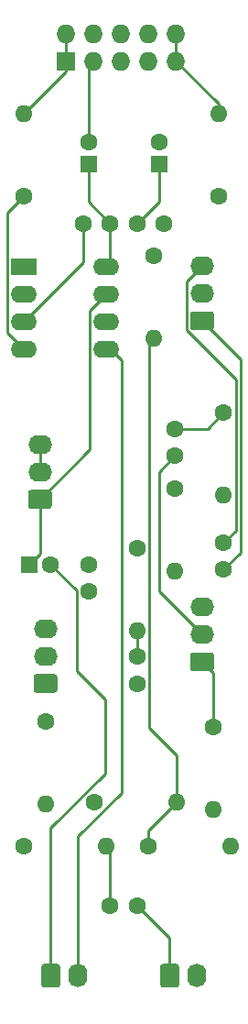
<source format=gbr>
%TF.GenerationSoftware,KiCad,Pcbnew,(5.1.8-0-10_14)*%
%TF.CreationDate,2021-07-20T21:01:28-04:00*%
%TF.ProjectId,fzeq,667a6571-2e6b-4696-9361-645f70636258,rev?*%
%TF.SameCoordinates,Original*%
%TF.FileFunction,Copper,L1,Top*%
%TF.FilePolarity,Positive*%
%FSLAX46Y46*%
G04 Gerber Fmt 4.6, Leading zero omitted, Abs format (unit mm)*
G04 Created by KiCad (PCBNEW (5.1.8-0-10_14)) date 2021-07-20 21:01:28*
%MOMM*%
%LPD*%
G01*
G04 APERTURE LIST*
%TA.AperFunction,ComponentPad*%
%ADD10C,1.600000*%
%TD*%
%TA.AperFunction,ComponentPad*%
%ADD11O,1.600000X1.600000*%
%TD*%
%TA.AperFunction,ComponentPad*%
%ADD12R,1.600000X1.600000*%
%TD*%
%TA.AperFunction,ComponentPad*%
%ADD13O,2.200000X1.740000*%
%TD*%
%TA.AperFunction,ComponentPad*%
%ADD14R,1.727200X1.727200*%
%TD*%
%TA.AperFunction,ComponentPad*%
%ADD15O,1.727200X1.727200*%
%TD*%
%TA.AperFunction,ComponentPad*%
%ADD16O,1.740000X2.200000*%
%TD*%
%TA.AperFunction,ComponentPad*%
%ADD17R,2.400000X1.600000*%
%TD*%
%TA.AperFunction,ComponentPad*%
%ADD18O,2.400000X1.600000*%
%TD*%
%TA.AperFunction,Conductor*%
%ADD19C,0.250000*%
%TD*%
G04 APERTURE END LIST*
D10*
%TO.P,FB2,1*%
%TO.N,Net-(C2-Pad1)*%
X71500000Y-70000000D03*
D11*
%TO.P,FB2,2*%
%TO.N,Net-(FB2-Pad2)*%
X71500000Y-62380000D03*
%TD*%
D12*
%TO.P,C8,1*%
%TO.N,Net-(C8-Pad1)*%
X54000000Y-104000000D03*
D10*
%TO.P,C8,2*%
%TO.N,Net-(C8-Pad2)*%
X56000000Y-104000000D03*
%TD*%
%TO.P,C1,1*%
%TO.N,Net-(C1-Pad1)*%
X61500000Y-135500000D03*
%TO.P,C1,2*%
%TO.N,Net-(C1-Pad2)*%
X64000000Y-135500000D03*
%TD*%
%TO.P,C2,2*%
%TO.N,GND*%
X59500000Y-65000000D03*
D12*
%TO.P,C2,1*%
%TO.N,Net-(C2-Pad1)*%
X59500000Y-67000000D03*
%TD*%
%TO.P,C3,1*%
%TO.N,GND*%
X66000000Y-67000000D03*
D10*
%TO.P,C3,2*%
%TO.N,Net-(C10-Pad2)*%
X66000000Y-65000000D03*
%TD*%
%TO.P,C4,2*%
%TO.N,Net-(C4-Pad2)*%
X72000000Y-104500000D03*
%TO.P,C4,1*%
%TO.N,Net-(C4-Pad1)*%
X72000000Y-102000000D03*
%TD*%
%TO.P,C5,2*%
%TO.N,Net-(C5-Pad2)*%
X64000000Y-115000000D03*
%TO.P,C5,1*%
%TO.N,Net-(C5-Pad1)*%
X64000000Y-112500000D03*
%TD*%
%TO.P,C6,1*%
%TO.N,Net-(C6-Pad1)*%
X59500000Y-104000000D03*
%TO.P,C6,2*%
%TO.N,Net-(C6-Pad2)*%
X59500000Y-106500000D03*
%TD*%
%TO.P,C7,1*%
%TO.N,Net-(C6-Pad1)*%
X67500000Y-91500000D03*
%TO.P,C7,2*%
%TO.N,Net-(C7-Pad2)*%
X67500000Y-94000000D03*
%TD*%
%TO.P,C9,1*%
%TO.N,GND*%
X59000000Y-72500000D03*
%TO.P,C9,2*%
%TO.N,Net-(C2-Pad1)*%
X61500000Y-72500000D03*
%TD*%
%TO.P,C10,2*%
%TO.N,Net-(C10-Pad2)*%
X66500000Y-72500000D03*
%TO.P,C10,1*%
%TO.N,GND*%
X64000000Y-72500000D03*
%TD*%
D11*
%TO.P,FB1,2*%
%TO.N,Net-(FB1-Pad2)*%
X53500000Y-62380000D03*
D10*
%TO.P,FB1,1*%
%TO.N,Net-(C10-Pad2)*%
X53500000Y-70000000D03*
%TD*%
D13*
%TO.P,Fuzz1,3*%
%TO.N,Net-(Fuzz1-Pad2)*%
X55000000Y-92920000D03*
%TO.P,Fuzz1,2*%
X55000000Y-95460000D03*
%TO.P,Fuzz1,1*%
%TO.N,Net-(C8-Pad1)*%
%TA.AperFunction,ComponentPad*%
G36*
G01*
X55850001Y-98870000D02*
X54149999Y-98870000D01*
G75*
G02*
X53900000Y-98620001I0J249999D01*
G01*
X53900000Y-97379999D01*
G75*
G02*
X54149999Y-97130000I249999J0D01*
G01*
X55850001Y-97130000D01*
G75*
G02*
X56100000Y-97379999I0J-249999D01*
G01*
X56100000Y-98620001D01*
G75*
G02*
X55850001Y-98870000I-249999J0D01*
G01*
G37*
%TD.AperFunction*%
%TD*%
%TO.P,High1,3*%
%TO.N,Net-(High1-Pad3)*%
X70000000Y-107920000D03*
%TO.P,High1,2*%
%TO.N,Net-(C7-Pad2)*%
X70000000Y-110460000D03*
%TO.P,High1,1*%
%TO.N,Net-(High1-Pad1)*%
%TA.AperFunction,ComponentPad*%
G36*
G01*
X70850001Y-113870000D02*
X69149999Y-113870000D01*
G75*
G02*
X68900000Y-113620001I0J249999D01*
G01*
X68900000Y-112379999D01*
G75*
G02*
X69149999Y-112130000I249999J0D01*
G01*
X70850001Y-112130000D01*
G75*
G02*
X71100000Y-112379999I0J-249999D01*
G01*
X71100000Y-113620001D01*
G75*
G02*
X70850001Y-113870000I-249999J0D01*
G01*
G37*
%TD.AperFunction*%
%TD*%
D14*
%TO.P,J1,1*%
%TO.N,Net-(FB1-Pad2)*%
X57410001Y-57534999D03*
D15*
%TO.P,J1,2*%
X57410001Y-54994999D03*
%TO.P,J1,3*%
%TO.N,GND*%
X59950001Y-57534999D03*
%TO.P,J1,4*%
X59950001Y-54994999D03*
%TO.P,J1,5*%
X62490001Y-57534999D03*
%TO.P,J1,6*%
X62490001Y-54994999D03*
%TO.P,J1,7*%
X65030001Y-57534999D03*
%TO.P,J1,8*%
X65030001Y-54994999D03*
%TO.P,J1,9*%
%TO.N,Net-(FB2-Pad2)*%
X67570001Y-57534999D03*
%TO.P,J1,10*%
X67570001Y-54994999D03*
%TD*%
%TO.P,J2,1*%
%TO.N,Net-(C1-Pad2)*%
%TA.AperFunction,ComponentPad*%
G36*
G01*
X66130000Y-142850001D02*
X66130000Y-141149999D01*
G75*
G02*
X66379999Y-140900000I249999J0D01*
G01*
X67620001Y-140900000D01*
G75*
G02*
X67870000Y-141149999I0J-249999D01*
G01*
X67870000Y-142850001D01*
G75*
G02*
X67620001Y-143100000I-249999J0D01*
G01*
X66379999Y-143100000D01*
G75*
G02*
X66130000Y-142850001I0J249999D01*
G01*
G37*
%TD.AperFunction*%
D16*
%TO.P,J2,2*%
%TO.N,GND*%
X69540000Y-142000000D03*
%TD*%
%TO.P,J3,2*%
%TO.N,GND*%
X58540000Y-142000000D03*
%TO.P,J3,1*%
%TO.N,Net-(C8-Pad2)*%
%TA.AperFunction,ComponentPad*%
G36*
G01*
X55130000Y-142850001D02*
X55130000Y-141149999D01*
G75*
G02*
X55379999Y-140900000I249999J0D01*
G01*
X56620001Y-140900000D01*
G75*
G02*
X56870000Y-141149999I0J-249999D01*
G01*
X56870000Y-142850001D01*
G75*
G02*
X56620001Y-143100000I-249999J0D01*
G01*
X55379999Y-143100000D01*
G75*
G02*
X55130000Y-142850001I0J249999D01*
G01*
G37*
%TD.AperFunction*%
%TD*%
%TO.P,Low1,1*%
%TO.N,Net-(C4-Pad2)*%
%TA.AperFunction,ComponentPad*%
G36*
G01*
X70850001Y-82370000D02*
X69149999Y-82370000D01*
G75*
G02*
X68900000Y-82120001I0J249999D01*
G01*
X68900000Y-80879999D01*
G75*
G02*
X69149999Y-80630000I249999J0D01*
G01*
X70850001Y-80630000D01*
G75*
G02*
X71100000Y-80879999I0J-249999D01*
G01*
X71100000Y-82120001D01*
G75*
G02*
X70850001Y-82370000I-249999J0D01*
G01*
G37*
%TD.AperFunction*%
D13*
%TO.P,Low1,2*%
%TO.N,Net-(Low1-Pad2)*%
X70000000Y-78960000D03*
%TO.P,Low1,3*%
%TO.N,Net-(C4-Pad1)*%
X70000000Y-76420000D03*
%TD*%
%TO.P,Mid1,1*%
%TO.N,Net-(C5-Pad2)*%
%TA.AperFunction,ComponentPad*%
G36*
G01*
X56350001Y-115870000D02*
X54649999Y-115870000D01*
G75*
G02*
X54400000Y-115620001I0J249999D01*
G01*
X54400000Y-114379999D01*
G75*
G02*
X54649999Y-114130000I249999J0D01*
G01*
X56350001Y-114130000D01*
G75*
G02*
X56600000Y-114379999I0J-249999D01*
G01*
X56600000Y-115620001D01*
G75*
G02*
X56350001Y-115870000I-249999J0D01*
G01*
G37*
%TD.AperFunction*%
%TO.P,Mid1,2*%
%TO.N,Net-(C6-Pad2)*%
X55500000Y-112460000D03*
%TO.P,Mid1,3*%
%TO.N,Net-(C5-Pad1)*%
X55500000Y-109920000D03*
%TD*%
D10*
%TO.P,R1,1*%
%TO.N,Net-(R1-Pad1)*%
X53500000Y-130000000D03*
D11*
%TO.P,R1,2*%
%TO.N,Net-(C1-Pad1)*%
X61120000Y-130000000D03*
%TD*%
%TO.P,R2,2*%
%TO.N,Net-(R1-Pad1)*%
X72620000Y-130000000D03*
D10*
%TO.P,R2,1*%
%TO.N,Net-(R2-Pad1)*%
X65000000Y-130000000D03*
%TD*%
D11*
%TO.P,R3,2*%
%TO.N,Net-(R2-Pad1)*%
X67620000Y-126000000D03*
D10*
%TO.P,R3,1*%
%TO.N,Net-(C4-Pad2)*%
X60000000Y-126000000D03*
%TD*%
%TO.P,R4,1*%
%TO.N,Net-(C5-Pad2)*%
X65500000Y-75500000D03*
D11*
%TO.P,R4,2*%
%TO.N,Net-(R2-Pad1)*%
X65500000Y-83120000D03*
%TD*%
D10*
%TO.P,R5,1*%
%TO.N,Net-(High1-Pad1)*%
X71000000Y-119000000D03*
D11*
%TO.P,R5,2*%
%TO.N,Net-(R2-Pad1)*%
X71000000Y-126620000D03*
%TD*%
%TO.P,R6,2*%
%TO.N,Net-(High1-Pad3)*%
X55500000Y-126120000D03*
D10*
%TO.P,R6,1*%
%TO.N,Net-(Fuzz1-Pad2)*%
X55500000Y-118500000D03*
%TD*%
%TO.P,R7,1*%
%TO.N,Net-(Fuzz1-Pad2)*%
X67500000Y-97000000D03*
D11*
%TO.P,R7,2*%
%TO.N,Net-(C4-Pad1)*%
X67500000Y-104620000D03*
%TD*%
%TO.P,R8,2*%
%TO.N,Net-(Low1-Pad2)*%
X72000000Y-97620000D03*
D10*
%TO.P,R8,1*%
%TO.N,Net-(C6-Pad1)*%
X72000000Y-90000000D03*
%TD*%
%TO.P,R9,1*%
%TO.N,Net-(Fuzz1-Pad2)*%
X64000000Y-102500000D03*
D11*
%TO.P,R9,2*%
%TO.N,Net-(C5-Pad1)*%
X64000000Y-110120000D03*
%TD*%
D17*
%TO.P,U1,1*%
%TO.N,Net-(R2-Pad1)*%
X53500000Y-76500000D03*
D18*
%TO.P,U1,5*%
%TO.N,GND*%
X61120000Y-84120000D03*
%TO.P,U1,2*%
%TO.N,Net-(R1-Pad1)*%
X53500000Y-79040000D03*
%TO.P,U1,6*%
%TO.N,Net-(C6-Pad1)*%
X61120000Y-81580000D03*
%TO.P,U1,3*%
%TO.N,GND*%
X53500000Y-81580000D03*
%TO.P,U1,7*%
%TO.N,Net-(C8-Pad1)*%
X61120000Y-79040000D03*
%TO.P,U1,4*%
%TO.N,Net-(C10-Pad2)*%
X53500000Y-84120000D03*
%TO.P,U1,8*%
%TO.N,Net-(C2-Pad1)*%
X61120000Y-76500000D03*
%TD*%
D19*
%TO.N,Net-(C1-Pad1)*%
X61500000Y-130380000D02*
X61120000Y-130000000D01*
X61500000Y-135500000D02*
X61500000Y-130380000D01*
%TO.N,Net-(C1-Pad2)*%
X67000000Y-138500000D02*
X64000000Y-135500000D01*
X67000000Y-142000000D02*
X67000000Y-138500000D01*
%TO.N,GND*%
X58540000Y-142000000D02*
X58540000Y-129125002D01*
X62570000Y-125095002D02*
X62570000Y-85170000D01*
X58540000Y-129125002D02*
X62570000Y-125095002D01*
X62570000Y-85170000D02*
X61520000Y-84120000D01*
X61520000Y-84120000D02*
X61120000Y-84120000D01*
X59000000Y-76080000D02*
X59000000Y-72500000D01*
X53500000Y-81580000D02*
X59000000Y-76080000D01*
X59500000Y-57985000D02*
X59950001Y-57534999D01*
X59500000Y-65000000D02*
X59500000Y-57985000D01*
X66000000Y-70500000D02*
X64000000Y-72500000D01*
X66000000Y-67000000D02*
X66000000Y-70500000D01*
%TO.N,Net-(C2-Pad1)*%
X59500000Y-70500000D02*
X61500000Y-72500000D01*
X59500000Y-67000000D02*
X59500000Y-70500000D01*
X61500000Y-76120000D02*
X61120000Y-76500000D01*
X61500000Y-72500000D02*
X61500000Y-76120000D01*
%TO.N,Net-(C4-Pad2)*%
X72000000Y-104500000D02*
X72000000Y-105000000D01*
X72000000Y-104500000D02*
X73575012Y-102924988D01*
X73575012Y-85075012D02*
X70000000Y-81500000D01*
X73575012Y-102924988D02*
X73575012Y-85075012D01*
%TO.N,Net-(C4-Pad1)*%
X68574990Y-82358180D02*
X68574990Y-77845010D01*
X73125001Y-86908191D02*
X68574990Y-82358180D01*
X73125001Y-100874999D02*
X73125001Y-86908191D01*
X72000000Y-102000000D02*
X73125001Y-100874999D01*
X68574990Y-77845010D02*
X70000000Y-76420000D01*
%TO.N,Net-(C5-Pad1)*%
X64000000Y-110120000D02*
X64000000Y-112500000D01*
%TO.N,Net-(C6-Pad1)*%
X70500000Y-91500000D02*
X72000000Y-90000000D01*
X67500000Y-91500000D02*
X70500000Y-91500000D01*
%TO.N,Net-(C7-Pad2)*%
X70000000Y-110460000D02*
X66000000Y-106460000D01*
X66000000Y-95500000D02*
X67500000Y-94000000D01*
X66000000Y-106460000D02*
X66000000Y-95500000D01*
%TO.N,Net-(C8-Pad1)*%
X59594990Y-93405010D02*
X55000000Y-98000000D01*
X59594990Y-80565010D02*
X59594990Y-93405010D01*
X61120000Y-79040000D02*
X59594990Y-80565010D01*
X55000000Y-103000000D02*
X54000000Y-104000000D01*
X55000000Y-98000000D02*
X55000000Y-103000000D01*
%TO.N,Net-(C8-Pad2)*%
X56000000Y-128334998D02*
X61000000Y-123334998D01*
X56000000Y-142000000D02*
X56000000Y-128334998D01*
X61000000Y-123334998D02*
X61000000Y-116500000D01*
X58374999Y-106374999D02*
X56000000Y-104000000D01*
X58374999Y-113874999D02*
X58374999Y-106374999D01*
X61000000Y-116500000D02*
X58374999Y-113874999D01*
%TO.N,Net-(FB1-Pad2)*%
X57410001Y-58469999D02*
X57410001Y-57534999D01*
X53500000Y-62380000D02*
X57410001Y-58469999D01*
X57410001Y-54994999D02*
X57410001Y-57534999D01*
%TO.N,Net-(FB2-Pad2)*%
X67570001Y-54994999D02*
X67570001Y-57534999D01*
X71500000Y-61464998D02*
X71500000Y-62380000D01*
X67570001Y-57534999D02*
X71500000Y-61464998D01*
%TO.N,Net-(R2-Pad1)*%
X65000000Y-128620000D02*
X67620000Y-126000000D01*
X65000000Y-130000000D02*
X65000000Y-128620000D01*
X67620000Y-126000000D02*
X67620000Y-121620000D01*
X65125001Y-119125001D02*
X65125001Y-83494999D01*
X65125001Y-83494999D02*
X65500000Y-83120000D01*
X67620000Y-121620000D02*
X65125001Y-119125001D01*
%TO.N,Net-(Fuzz1-Pad2)*%
X55000000Y-92920000D02*
X55000000Y-95460000D01*
X55000000Y-95460000D02*
X55000000Y-95500000D01*
%TO.N,Net-(High1-Pad1)*%
X71000000Y-114000000D02*
X70000000Y-113000000D01*
X71000000Y-119000000D02*
X71000000Y-114000000D01*
%TO.N,Net-(C10-Pad2)*%
X51974990Y-82594990D02*
X53500000Y-84120000D01*
X51974990Y-71525010D02*
X51974990Y-82594990D01*
X51974990Y-71525010D02*
X53500000Y-70000000D01*
%TD*%
M02*

</source>
